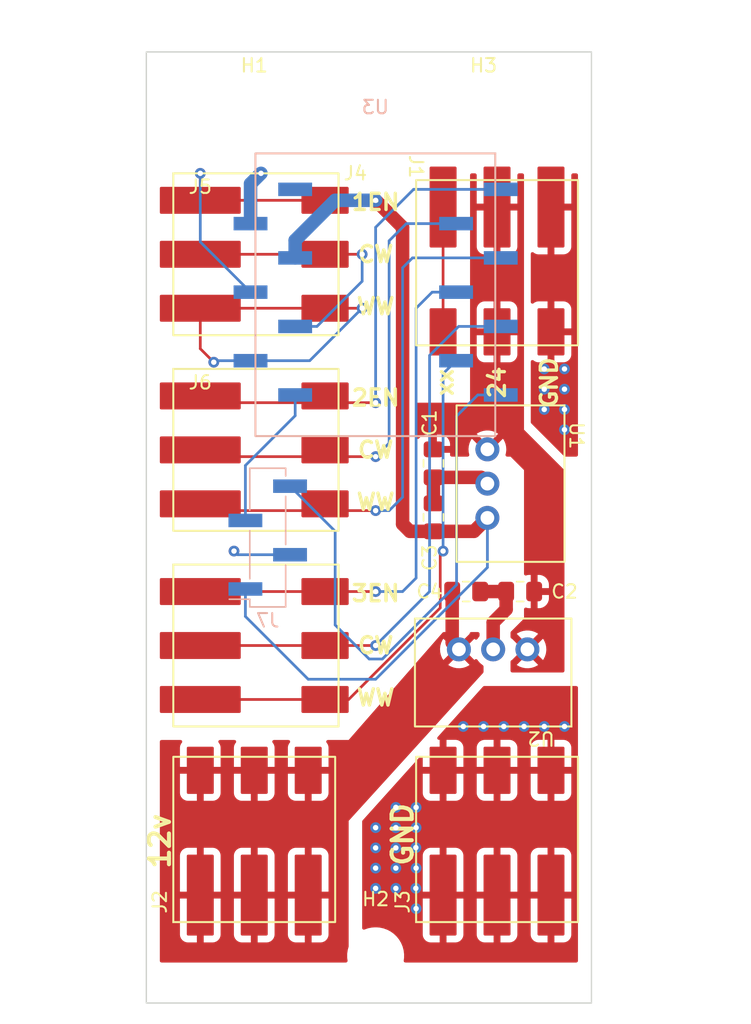
<source format=kicad_pcb>
(kicad_pcb (version 20211014) (generator pcbnew)
  (layers (0 "F.Cu" signal) (1 "In1.Cu" signal) (2 "In2.Cu" signal) (31 "B.Cu" signal) (34 "B.Paste" user) (35 "F.Paste" user) (36 "B.SilkS" user "B.Silkscreen") (37 "F.SilkS" user "F.Silkscreen") (38 "B.Mask" user) (39 "F.Mask" user) (44 "Edge.Cuts" user))
  (net 0 "")
  (net 1 "+24V")
  (net 2 "GND")
  (net 3 "+3V3")
  (net 4 "+12V")
  (net 5 "unconnected-(J1-Pad3)")
  (net 6 "/CH1 EN")
  (net 7 "/CH1 CW")
  (net 8 "/CH1 WW")
  (net 9 "/CH2 EN")
  (net 10 "/CH2 CW")
  (net 11 "/CH2 WW")
  (net 12 "/CH3 EN")
  (net 13 "/CH3 CW")
  (net 14 "/CH3 WW")
  (net 15 "/RX")
  (net 16 "/TX")
  (footprint "Wago2060:2060-453" (layer "F.Cu") (at 107 81)
    (fp_text reference "J6" (at 0 -15.5 unlocked) (layer "F.SilkS"))
    (fp_text value "Screw_Terminal_01x03")
    (fp_rect (start -2 -2) (end 10.25 10) (layer "F.SilkS") (width 0.15) (fill none))
    (pad "1" smd roundrect (at 9.25 0) (size 3.5 2) (layers "F.Cu" "F.Paste" "F.Mask") (roundrect_rratio 0.05) (net 12 "/CH3 EN"))
    (pad "1" smd roundrect (at 0 0) (size 6 2) (layers "F.Cu" "F.Paste" "F.Mask") (roundrect_rratio 0.05) (net 12 "/CH3 EN"))
    (pad "2" smd roundrect (at 9.25 4) (size 3.5 2) (layers "F.Cu" "F.Paste" "F.Mask") (roundrect_rratio 0.05) (net 13 "/CH3 CW"))
    (pad "2" smd roundrect (at 0 4) (size 6 2) (layers "F.Cu" "F.Paste" "F.Mask") (roundrect_rratio 0.05) (net 13 "/CH3 CW"))
    (pad "3" smd roundrect (at 9.25 8) (size 3.5 2) (layers "F.Cu" "F.Paste" "F.Mask") (roundrect_rratio 0.05) (net 14 "/CH3 WW"))
    (pad "3" smd roundrect (at 0 8) (size 6 2) (layers "F.Cu" "F.Paste" "F.Mask") (roundrect_rratio 0.05) (net 14 "/CH3 WW"))
  )
  (footprint "Capacitor_SMD:C_0805_2012Metric_Pad1.18x1.45mm_HandSolder" (layer "F.Cu") (at 124.286 71.5 -90)
    (fp_text reference "C1" (at -3 0.286 90) (layer "F.SilkS"))
    (fp_text value "C")
    (fp_line (start -0.261252 -0.735) (end 0.261252 -0.735) (layer "F.SilkS") (width 0.12))
    (fp_line (start -0.261252 0.735) (end 0.261252 0.735) (layer "F.SilkS") (width 0.12))
    (pad "1" smd roundrect (at -1.0375 0 270) (size 1.175 1.45) (layers "F.Cu" "F.Paste" "F.Mask") (roundrect_rratio 0.2127659574) (net 1 "+24V"))
    (pad "2" smd roundrect (at 1.0375 0 270) (size 1.175 1.45) (layers "F.Cu" "F.Paste" "F.Mask") (roundrect_rratio 0.2127659574) (net 2 "GND"))
  )
  (footprint "Wago2060:2060-453" (layer "F.Cu") (at 107 66.5)
    (fp_text reference "J5" (at 0 -15.5 unlocked) (layer "F.SilkS"))
    (fp_text value "Screw_Terminal_01x03")
    (fp_rect (start -2 -2) (end 10.25 10) (layer "F.SilkS") (width 0.15) (fill none))
    (pad "1" smd roundrect (at 9.25 0) (size 3.5 2) (layers "F.Cu" "F.Paste" "F.Mask") (roundrect_rratio 0.05) (net 9 "/CH2 EN"))
    (pad "1" smd roundrect (at 0 0) (size 6 2) (layers "F.Cu" "F.Paste" "F.Mask") (roundrect_rratio 0.05) (net 9 "/CH2 EN"))
    (pad "2" smd roundrect (at 9.25 4) (size 3.5 2) (layers "F.Cu" "F.Paste" "F.Mask") (roundrect_rratio 0.05) (net 10 "/CH2 CW"))
    (pad "2" smd roundrect (at 0 4) (size 6 2) (layers "F.Cu" "F.Paste" "F.Mask") (roundrect_rratio 0.05) (net 10 "/CH2 CW"))
    (pad "3" smd roundrect (at 9.25 8) (size 3.5 2) (layers "F.Cu" "F.Paste" "F.Mask") (roundrect_rratio 0.05) (net 11 "/CH2 WW"))
    (pad "3" smd roundrect (at 0 8) (size 6 2) (layers "F.Cu" "F.Paste" "F.Mask") (roundrect_rratio 0.05) (net 11 "/CH2 WW"))
  )
  (footprint "Wago2060:2060-453" (layer "F.Cu") (at 107 52)
    (fp_text reference "J4" (at 11.5 -2 unlocked) (layer "F.SilkS"))
    (fp_text value "Screw_Terminal_01x03")
    (fp_rect (start -2 -2) (end 10.25 10) (layer "F.SilkS") (width 0.15) (fill none))
    (pad "1" smd roundrect (at 9.25 0) (size 3.5 2) (layers "F.Cu" "F.Paste" "F.Mask") (roundrect_rratio 0.05) (net 6 "/CH1 EN"))
    (pad "1" smd roundrect (at 0 0) (size 6 2) (layers "F.Cu" "F.Paste" "F.Mask") (roundrect_rratio 0.05) (net 6 "/CH1 EN"))
    (pad "2" smd roundrect (at 0 4) (size 6 2) (layers "F.Cu" "F.Paste" "F.Mask") (roundrect_rratio 0.05) (net 7 "/CH1 CW"))
    (pad "2" smd roundrect (at 9.25 4) (size 3.5 2) (layers "F.Cu" "F.Paste" "F.Mask") (roundrect_rratio 0.05) (net 7 "/CH1 CW"))
    (pad "3" smd roundrect (at 0 8) (size 6 2) (layers "F.Cu" "F.Paste" "F.Mask") (roundrect_rratio 0.05) (net 8 "/CH1 WW"))
    (pad "3" smd roundrect (at 9.25 8) (size 3.5 2) (layers "F.Cu" "F.Paste" "F.Mask") (roundrect_rratio 0.05) (net 8 "/CH1 WW"))
  )
  (footprint "DevBoards:3pinDCDC" (layer "F.Cu") (at 128.714 85.286 180)
    (fp_text reference "U2" (at -3.556 -6.604 180 unlocked) (layer "F.SilkS"))
    (fp_text value "P78E12-1000")
    (fp_rect (start -5.8 -5.714) (end 5.8 2.286) (layer "F.SilkS") (width 0.15) (fill none))
    (pad "1" thru_hole circle (at -2.54 0 180) (size 1.778 1.778) (drill 1.016) (layers *.Cu *.Mask) (net 1 "+24V"))
    (pad "2" thru_hole circle (at 0 0 180) (size 1.778 1.778) (drill 1.016) (layers *.Cu *.Mask) (net 2 "GND"))
    (pad "3" thru_hole circle (at 2.54 0 180) (size 1.778 1.778) (drill 1.016) (layers *.Cu *.Mask) (net 4 "+12V"))
  )
  (footprint "Capacitor_SMD:C_0805_2012Metric_Pad1.18x1.45mm_HandSolder" (layer "F.Cu") (at 126.714 81)
    (fp_text reference "C4" (at -2.714 0) (layer "F.SilkS"))
    (fp_text value "C")
    (fp_line (start -0.261252 -0.735) (end 0.261252 -0.735) (layer "F.SilkS") (width 0.12))
    (fp_line (start -0.261252 0.735) (end 0.261252 0.735) (layer "F.SilkS") (width 0.12))
    (pad "1" smd roundrect (at -1.0375 0) (size 1.175 1.45) (layers "F.Cu" "F.Paste" "F.Mask") (roundrect_rratio 0.2127659574) (net 4 "+12V"))
    (pad "2" smd roundrect (at 1.0375 0) (size 1.175 1.45) (layers "F.Cu" "F.Paste" "F.Mask") (roundrect_rratio 0.2127659574) (net 2 "GND"))
  )
  (footprint "MountingHole:MountingHole_3.2mm_M3" (layer "F.Cu") (at 107 45)
    (fp_text reference "H1" (at 4 -3) (layer "F.SilkS"))
    (fp_text value "MountingHole")
    (pad "" np_thru_hole circle (at 0 0) (size 3.2 3.2) (drill 3.2) (layers *.Cu *.Mask))
  )
  (footprint "Wago2060:2060-453" (layer "F.Cu") (at 125 103.5 90)
    (fp_text reference "J3" (at -0.5 -3 90 unlocked) (layer "F.SilkS"))
    (fp_text value "Screw_Terminal_01x03")
    (fp_rect (start -2 -2) (end 10.25 10) (layer "F.SilkS") (width 0.15) (fill none))
    (pad "1" smd roundrect (at 9.25 0 90) (size 3.5 2) (layers "F.Cu" "F.Paste" "F.Mask") (roundrect_rratio 0.05) (net 2 "GND"))
    (pad "1" smd roundrect (at 0 0 90) (size 6 2) (layers "F.Cu" "F.Paste" "F.Mask") (roundrect_rratio 0.05) (net 2 "GND"))
    (pad "2" smd roundrect (at 9.25 4 90) (size 3.5 2) (layers "F.Cu" "F.Paste" "F.Mask") (roundrect_rratio 0.05) (net 2 "GND"))
    (pad "2" smd roundrect (at 0 4 90) (size 6 2) (layers "F.Cu" "F.Paste" "F.Mask") (roundrect_rratio 0.05) (net 2 "GND"))
    (pad "3" smd roundrect (at 0 8 90) (size 6 2) (layers "F.Cu" "F.Paste" "F.Mask") (roundrect_rratio 0.05) (net 2 "GND"))
    (pad "3" smd roundrect (at 9.25 8 90) (size 3.5 2) (layers "F.Cu" "F.Paste" "F.Mask") (roundrect_rratio 0.05) (net 2 "GND"))
  )
  (footprint "Capacitor_SMD:C_0805_2012Metric_Pad1.18x1.45mm_HandSolder" (layer "F.Cu") (at 130.714 81 180)
    (fp_text reference "C2" (at -3.286 0) (layer "F.SilkS"))
    (fp_text value "C")
    (fp_line (start -0.261252 -0.735) (end 0.261252 -0.735) (layer "F.SilkS") (width 0.12))
    (fp_line (start -0.261252 0.735) (end 0.261252 0.735) (layer "F.SilkS") (width 0.12))
    (pad "1" smd roundrect (at -1.0375 0 180) (size 1.175 1.45) (layers "F.Cu" "F.Paste" "F.Mask") (roundrect_rratio 0.2127659574) (net 1 "+24V"))
    (pad "2" smd roundrect (at 1.0375 0 180) (size 1.175 1.45) (layers "F.Cu" "F.Paste" "F.Mask") (roundrect_rratio 0.2127659574) (net 2 "GND"))
  )
  (footprint "Wago2060:2060-453" (layer "F.Cu") (at 133 52.5 -90)
    (fp_text reference "J1" (at -3 10 -90 unlocked) (layer "F.SilkS"))
    (fp_text value "Screw_Terminal_01x03")
    (fp_rect (start -2 -2) (end 10.25 10) (layer "F.SilkS") (width 0.15) (fill none))
    (pad "1" smd roundrect (at 0 0 270) (size 6 2) (layers "F.Cu" "F.Paste" "F.Mask") (roundrect_rratio 0.05) (net 2 "GND"))
    (pad "1" smd roundrect (at 9.25 0 270) (size 3.5 2) (layers "F.Cu" "F.Paste" "F.Mask") (roundrect_rratio 0.05) (net 2 "GND"))
    (pad "2" smd roundrect (at 9.25 4 270) (size 3.5 2) (layers "F.Cu" "F.Paste" "F.Mask") (roundrect_rratio 0.05) (net 1 "+24V"))
    (pad "2" smd roundrect (at 0 4 270) (size 6 2) (layers "F.Cu" "F.Paste" "F.Mask") (roundrect_rratio 0.05) (net 1 "+24V"))
    (pad "3" smd roundrect (at 9.25 8 270) (size 3.5 2) (layers "F.Cu" "F.Paste" "F.Mask") (roundrect_rratio 0.05) (net 5 "unconnected-(J1-Pad3)"))
    (pad "3" smd roundrect (at 0 8 270) (size 6 2) (layers "F.Cu" "F.Paste" "F.Mask") (roundrect_rratio 0.05) (net 5 "unconnected-(J1-Pad3)"))
  )
  (footprint "Wago2060:2060-453" (layer "F.Cu") (at 107 103.5 90)
    (fp_text reference "J2" (at -0.5 -3 90 unlocked) (layer "F.SilkS"))
    (fp_text value "Screw_Terminal_01x03")
    (fp_rect (start -2 -2) (end 10.25 10) (layer "F.SilkS") (width 0.15) (fill none))
    (pad "1" smd roundrect (at 0 0 90) (size 6 2) (layers "F.Cu" "F.Paste" "F.Mask") (roundrect_rratio 0.05) (net 4 "+12V"))
    (pad "1" smd roundrect (at 9.25 0 90) (size 3.5 2) (layers "F.Cu" "F.Paste" "F.Mask") (roundrect_rratio 0.05) (net 4 "+12V"))
    (pad "2" smd roundrect (at 9.25 4 90) (size 3.5 2) (layers "F.Cu" "F.Paste" "F.Mask") (roundrect_rratio 0.05) (net 4 "+12V"))
    (pad "2" smd roundrect (at 0 4 90) (size 6 2) (layers "F.Cu" "F.Paste" "F.Mask") (roundrect_rratio 0.05) (net 4 "+12V"))
    (pad "3" smd roundrect (at 0 8 90) (size 6 2) (layers "F.Cu" "F.Paste" "F.Mask") (roundrect_rratio 0.05) (net 4 "+12V"))
    (pad "3" smd roundrect (at 9.25 8 90) (size 3.5 2) (layers "F.Cu" "F.Paste" "F.Mask") (roundrect_rratio 0.05) (net 4 "+12V"))
  )
  (footprint "MountingHole:MountingHole_3.2mm_M3" (layer "F.Cu") (at 120 108)
    (fp_text reference "H2" (at 0 -4.2) (layer "F.SilkS"))
    (fp_text value "MountingHole")
    (pad "" np_thru_hole circle (at 0 0) (size 3.2 3.2) (drill 3.2) (layers *.Cu *.Mask))
  )
  (footprint "MountingHole:MountingHole_3.2mm_M3" (layer "F.Cu") (at 132 45)
    (fp_text reference "H3" (at -4 -3) (layer "F.SilkS"))
    (fp_text value "MountingHole")
    (pad "" np_thru_hole circle (at 0 0) (size 3.2 3.2) (drill 3.2) (layers *.Cu *.Mask))
  )
  (footprint "DevBoards:3pinDCDC" (layer "F.Cu") (at 128.286 73 -90)
    (fp_text reference "U1" (at -3.556 -6.604 -90 unlocked) (layer "F.SilkS"))
    (fp_text value "VR10S3V3")
    (fp_rect (start -5.8 -5.714) (end 5.8 2.286) (layer "F.SilkS") (width 0.15) (fill none))
    (pad "1" thru_hole circle (at -2.54 0 270) (size 1.778 1.778) (drill 1.016) (layers *.Cu *.Mask) (net 1 "+24V"))
    (pad "2" thru_hole circle (at 0 0 270) (size 1.778 1.778) (drill 1.016) (layers *.Cu *.Mask) (net 2 "GND"))
    (pad "3" thru_hole circle (at 2.54 0 270) (size 1.778 1.778) (drill 1.016) (layers *.Cu *.Mask) (net 3 "+3V3"))
  )
  (footprint "Capacitor_SMD:C_0805_2012Metric_Pad1.18x1.45mm_HandSolder" (layer "F.Cu") (at 124.286 75.5 90)
    (fp_text reference "C3" (at -3 -0.286 90) (layer "F.SilkS"))
    (fp_text value "C")
    (fp_line (start -0.261252 -0.735) (end 0.261252 -0.735) (layer "F.SilkS") (width 0.12))
    (fp_line (start -0.261252 0.735) (end 0.261252 0.735) (layer "F.SilkS") (width 0.12))
    (pad "1" smd roundrect (at -1.0375 0 90) (size 1.175 1.45) (layers "F.Cu" "F.Paste" "F.Mask") (roundrect_rratio 0.2127659574) (net 3 "+3V3"))
    (pad "2" smd roundrect (at 1.0375 0 90) (size 1.175 1.45) (layers "F.Cu" "F.Paste" "F.Mask") (roundrect_rratio 0.2127659574) (net 2 "GND"))
  )
  (footprint "Connector_PinHeader_2.54mm:PinHeader_1x04_P2.54mm_Vertical_SMD_Pin1Left" (layer "B.Cu") (at 112 77)
    (fp_text reference "J7" (at 0 6.14) (layer "B.SilkS") (effects (justify mirror)))
    (fp_text value "Conn_01x04_Female")
    (fp_line (start -1.33 3.05) (end -1.33 -0.51) (layer "B.SilkS") (width 0.12))
    (fp_line (start -1.33 5.14) (end -1.33 4.57) (layer "B.SilkS") (width 0.12))
    (fp_line (start 1.33 -4.57) (end 1.33 -5.14) (layer "B.SilkS") (width 0.12))
    (fp_line (start 1.33 5.14) (end 1.33 2.03) (layer "B.SilkS") (width 0.12))
    (fp_line (start -1.33 -2.03) (end -1.33 -5.14) (layer "B.SilkS") (width 0.12))
    (fp_line (start -1.33 5.14) (end 1.33 5.14) (layer "B.SilkS") (width 0.12))
    (fp_line (start 1.33 0.51) (end 1.33 -3.05) (layer "B.SilkS") (width 0.12))
    (fp_line (start -1.33 4.57) (end -2.85 4.57) (layer "B.SilkS") (width 0.12))
    (fp_line (start -1.33 -5.14) (end 1.33 -5.14) (layer "B.SilkS") (width 0.12))
    (pad "1" smd rect (at -1.655 3.81) (size 2.51 1) (layers "B.Cu" "B.Paste" "B.Mask") (net 3 "+3V3"))
    (pad "2" smd rect (at 1.655 1.27) (size 2.51 1) (layers "B.Cu" "B.Paste" "B.Mask") (net 2 "GND"))
    (pad "3" smd rect (at -1.655 -1.27) (size 2.51 1) (layers "B.Cu" "B.Paste" "B.Mask") (net 15 "/RX"))
    (pad "4" smd rect (at 1.655 -3.81) (size 2.51 1) (layers "B.Cu" "B.Paste" "B.Mask") (net 16 "/TX"))
  )
  (footprint "DevBoards:QTPY ESP32 C3_MSMD" (layer "B.Cu") (at 119.979 52.9675 180)
    (fp_text reference "U3" (at 0 7.874 unlocked) (layer "B.SilkS") (effects (justify mirror)))
    (fp_text value "Adafruit_QTPY_ESP32-C3")
    (fp_rect (start -8.89 4.445) (end 8.89 -16.51) (layer "B.SilkS") (width 0.15) (fill none))
    (pad "1" smd rect (at -9.296 1.78 180) (size 2.51 1) (layers "B.Cu" "B.Paste" "B.Mask") (net 9 "/CH2 EN"))
    (pad "2" smd rect (at -5.986 -0.76 180) (size 2.51 1) (layers "B.Cu" "B.Paste" "B.Mask") (net 10 "/CH2 CW"))
    (pad "3" smd rect (at -9.296 -3.3 180) (size 2.51 1) (layers "B.Cu" "B.Paste" "B.Mask") (net 11 "/CH2 WW"))
    (pad "4" smd rect (at -5.986 -5.84 180) (size 2.51 1) (layers "B.Cu" "B.Paste" "B.Mask") (net 12 "/CH3 EN"))
    (pad "5" smd rect (at -9.296 -8.38 180) (size 2.51 1) (layers "B.Cu" "B.Paste" "B.Mask") (net 13 "/CH3 CW"))
    (pad "6" smd rect (at -5.986 -10.92 180) (size 2.51 1) (layers "B.Cu" "B.Paste" "B.Mask") (net 14 "/CH3 WW"))
    (pad "7" smd rect (at -9.296 -13.46 180) (size 2.51 1) (layers "B.Cu" "B.Paste" "B.Mask") (net 16 "/TX"))
    (pad "8" smd rect (at 5.944 -13.46 180) (size 2.51 1) (layers "B.Cu" "B.Paste" "B.Mask") (net 15 "/RX"))
    (pad "9" smd rect (at 9.254 -10.92 180) (size 2.51 1) (layers "B.Cu" "B.Paste" "B.Mask") (net 8 "/CH1 WW"))
    (pad "10" smd rect (at 5.944 -8.38 180) (size 2.51 1) (layers "B.Cu" "B.Paste" "B.Mask") (net 7 "/CH1 CW"))
    (pad "11" smd rect (at 9.254 -5.84 180) (size 2.51 1) (layers "B.Cu" "B.Paste" "B.Mask") (net 6 "/CH1 EN"))
    (pad "12" smd rect (at 5.944 -3.3 180) (size 2.51 1) (layers "B.Cu" "B.Paste" "B.Mask") (net 3 "+3V3"))
    (pad "13" smd rect (at 9.254 -0.76 180) (size 2.51 1) (layers "B.Cu" "B.Paste" "B.Mask") (net 2 "GND"))
    (pad "14" smd rect (at 5.944 1.78 180) (size 2.51 1) (layers "B.Cu" "B.Paste" "B.Mask"))
  )
  (gr_rect (start 136 111.5) (end 103 41) (layer "Edge.Cuts") (width 0.1) (fill none))
  (gr_text "12v" (at 104 99.5 90) (layer "F.SilkS") (effects (font (size 1.5 1.5) (thickness 0.3))))
  (gr_text "xx\n\n24\n\nGND" (at 129 65.5 90) (layer "F.SilkS") (effects (font (size 1.2 1.2) (thickness 0.25))))
  (gr_text "3EN\n\nCW\n\nWW" (at 120 85) (layer "F.SilkS") (effects (font (size 1.2 1.2) (thickness 0.25))))
  (gr_text "GND" (at 122 99 90) (layer "F.SilkS") (effects (font (size 1.5 1.5) (thickness 0.3))))
  (gr_text "2EN\n\nCW\n\nWW" (at 120 70.5) (layer "F.SilkS") (effects (font (size 1.2 1.2) (thickness 0.25))))
  (gr_text "1EN\n\nCW\n\nWW" (at 120 56) (layer "F.SilkS") (effects (font (size 1.2 1.2) (thickness 0.25))))
  (segment (start 129.6765 81) (end 129.6765 82.3235) (width 1) (layer "F.Cu") (net 2))
  (segment (start 129.6765 81) (end 127.7515 81) (width 1) (layer "F.Cu") (net 2))
  (segment (start 129.6765 82.3235) (end 128.714 83.286) (width 1) (layer "F.Cu") (net 2))
  (segment (start 124.286 72.5375) (end 124.286 74.4625) (width 1) (layer "F.Cu") (net 2))
  (segment (start 128.714 83.286) (end 128.714 85.286) (width 1) (layer "F.Cu") (net 2))
  (segment (start 127.8235 72.5375) (end 128.286 73) (width 1) (layer "F.Cu") (net 2))
  (segment (start 124.286 72.5375) (end 127.8235 72.5375) (width 1) (layer "F.Cu") (net 2))
  (via (at 129.5 91) (size 0.8) (drill 0.4) (layers "F.Cu" "B.Cu") (net 2))
  (via (at 134 64.5) (size 0.8) (drill 0.4) (layers "F.Cu" "B.Cu") (net 2))
  (via (at 109.5 78) (size 0.8) (drill 0.4) (layers "F.Cu" "B.Cu") (net 2))
  (via (at 121.5 101.5) (size 0.8) (drill 0.4) (layers "F.Cu" "B.Cu") (net 2))
  (via (at 120 100) (size 0.8) (drill 0.4) (layers "F.Cu" "B.Cu") (net 2))
  (via (at 123 98.5) (size 0.8) (drill 0.4) (layers "F.Cu" "B.Cu") (net 2))
  (via (at 111.5 50) (size 0.8) (drill 0.4) (layers "F.Cu" "B.Cu") (net 2))
  (via (at 134 69) (size 0.8) (drill 0.4) (layers "F.Cu" "B.Cu") (net 2))
  (via (at 122.981048 99.981808) (size 0.8) (drill 0.4) (layers "F.Cu" "B.Cu") (net 2))
  (via (at 123 104.5) (size 0.8) (drill 0.4) (layers "F.Cu" "B.Cu") (net 2))
  (via (at 134 91) (size 0.8) (drill 0.4) (layers "F.Cu" "B.Cu") (net 2))
  (via (at 134 66) (size 0.8) (drill 0.4) (layers "F.Cu" "B.Cu") (net 2))
  (via (at 123 101.5) (size 0.8) (drill 0.4) (layers "F.Cu" "B.Cu") (net 2))
  (via (at 126.5 91) (size 0.8) (drill 0.4) (layers "F.Cu" "B.Cu") (net 2))
  (via (at 120 101.5) (size 0.8) (drill 0.4) (layers "F.Cu" "B.Cu") (net 2))
  (via (at 132.5 66) (size 0.8) (drill 0.4) (layers "F.Cu" "B.Cu") (net 2))
  (via (at 131 91) (size 0.8) (drill 0.4) (layers "F.Cu" "B.Cu") (net 2))
  (via (at 134 67.5) (size 0.8) (drill 0.4) (layers "F.Cu" "B.Cu") (net 2))
  (via (at 132.5 64.5) (size 0.8) (drill 0.4) (layers "F.Cu" "B.Cu") (net 2))
  (via (at 122.981048 102.996739) (size 0.8) (drill 0.4) (layers "F.Cu" "B.Cu") (net 2))
  (via (at 120 98.5) (size 0.8) (drill 0.4) (layers "F.Cu" "B.Cu") (net 2))
  (via (at 132.5 91) (size 0.8) (drill 0.4) (layers "F.Cu" "B.Cu") (net 2))
  (via (at 132.5 67.5) (size 0.8) (drill 0.4) (layers "F.Cu" "B.Cu") (net 2))
  (via (at 121.5 97) (size 0.8) (drill 0.4) (layers "F.Cu" "B.Cu") (net 2))
  (via (at 121.5 98.5) (size 0.8) (drill 0.4) (layers "F.Cu" "B.Cu") (net 2))
  (via (at 121.5 103) (size 0.8) (drill 0.4) (layers "F.Cu" "B.Cu") (net 2))
  (via (at 128 91) (size 0.8) (drill 0.4) (layers "F.Cu" "B.Cu") (net 2))
  (via (at 121.5 100) (size 0.8) (drill 0.4) (layers "F.Cu" "B.Cu") (net 2))
  (via (at 120 103) (size 0.8) (drill 0.4) (layers "F.Cu" "B.Cu") (net 2))
  (via (at 123 97) (size 0.8) (drill 0.4) (layers "F.Cu" "B.Cu") (net 2))
  (segment (start 110.725 53.7275) (end 110.725 50.775) (width 1) (layer "B.Cu") (net 2))
  (segment (start 113.655 78.27) (end 109.77 78.27) (width 0.2) (layer "B.Cu") (net 2))
  (segment (start 110.725 50.775) (end 111.5 50) (width 1) (layer "B.Cu") (net 2))
  (segment (start 109.77 78.27) (end 109.5 78) (width 0.2) (layer "B.Cu") (net 2))
  (segment (start 120 52) (end 122 54) (width 1) (layer "F.Cu") (net 3))
  (segment (start 122 76) (end 122.5375 76.5375) (width 1) (layer "F.Cu") (net 3))
  (segment (start 127.2885 76.5375) (end 128.286 75.54) (width 1) (layer "F.Cu") (net 3))
  (segment (start 124.286 76.5375) (end 127.2885 76.5375) (width 1) (layer "F.Cu") (net 3))
  (segment (start 122.5375 76.5375) (end 124.286 76.5375) (width 1) (layer "F.Cu") (net 3))
  (segment (start 122 54) (end 122 76) (width 1) (layer "F.Cu") (net 3))
  (via (at 120 52) (size 0.8) (drill 0.4) (layers "F.Cu" "B.Cu") (net 3))
  (segment (start 115 87.5) (end 110.345 82.845) (width 0.2) (layer "B.Cu") (net 3))
  (segment (start 120 87.5) (end 115 87.5) (width 0.2) (layer "B.Cu") (net 3))
  (segment (start 117 52) (end 120 52) (width 1) (layer "B.Cu") (net 3))
  (segment (start 128.286 75.54) (end 128.286 79.214) (width 0.2) (layer "B.Cu") (net 3))
  (segment (start 110.345 82.845) (end 110.345 80.81) (width 0.2) (layer "B.Cu") (net 3))
  (segment (start 128.286 79.214) (end 120 87.5) (width 0.2) (layer "B.Cu") (net 3))
  (segment (start 114.035 54.965) (end 117 52) (width 1) (layer "B.Cu") (net 3))
  (segment (start 114.035 56.2675) (end 114.035 54.965) (width 1) (layer "B.Cu") (net 3))
  (segment (start 125.6765 81) (end 125.6765 84.7885) (width 1) (layer "F.Cu") (net 4))
  (segment (start 125.6765 84.7885) (end 126.174 85.286) (width 1) (layer "F.Cu") (net 4))
  (segment (start 125 52.5) (end 125 61.75) (width 0.2) (layer "F.Cu") (net 5))
  (segment (start 107 52) (end 116.25 52) (width 0.2) (layer "F.Cu") (net 6))
  (segment (start 107 50) (end 107 52) (width 0.2) (layer "F.Cu") (net 6))
  (via (at 107 50) (size 0.8) (drill 0.4) (layers "F.Cu" "B.Cu") (net 6))
  (segment (start 107 55.0825) (end 107 50) (width 0.2) (layer "B.Cu") (net 6))
  (segment (start 110.725 58.8075) (end 107 55.0825) (width 0.2) (layer "B.Cu") (net 6))
  (segment (start 119 56) (end 116.25 56) (width 0.2) (layer "F.Cu") (net 7))
  (segment (start 107 56) (end 116.25 56) (width 0.2) (layer "F.Cu") (net 7))
  (via (at 119 56) (size 0.8) (drill 0.4) (layers "F.Cu" "B.Cu") (net 7))
  (segment (start 114.035 61.3475) (end 115.6525 61.3475) (width 0.2) (layer "B.Cu") (net 7))
  (segment (start 115.6525 61.3475) (end 119 58) (width 0.2) (layer "B.Cu") (net 7))
  (segment (start 119 58) (end 119 56) (width 0.2) (layer "B.Cu") (net 7))
  (segment (start 107 60) (end 107 63) (width 0.2) (layer "F.Cu") (net 8))
  (segment (start 119 60) (end 116.25 60) (width 0.2) (layer "F.Cu") (net 8))
  (segment (start 107 60) (end 116.25 60) (width 0.2) (layer "F.Cu") (net 8))
  (segment (start 107 63) (end 108 64) (width 0.2) (layer "F.Cu") (net 8))
  (via (at 108 64) (size 0.8) (drill 0.4) (layers "F.Cu" "B.Cu") (net 8))
  (via (at 119 60) (size 0.8) (drill 0.4) (layers "F.Cu" "B.Cu") (net 8))
  (segment (start 110.725 63.8875) (end 108.1125 63.8875) (width 0.2) (layer "B.Cu") (net 8))
  (segment (start 110.725 63.8875) (end 115.1125 63.8875) (width 0.2) (layer "B.Cu") (net 8))
  (segment (start 108.1125 63.8875) (end 108 64) (width 0.2) (layer "B.Cu") (net 8))
  (segment (start 115.1125 63.8875) (end 119 60) (width 0.2) (layer "B.Cu") (net 8))
  (segment (start 107 67) (end 116.25 67) (width 0.2) (layer "F.Cu") (net 9))
  (segment (start 120 67) (end 116.25 67) (width 0.2) (layer "F.Cu") (net 9))
  (via (at 120 67) (size 0.8) (drill 0.4) (layers "F.Cu" "B.Cu") (net 9))
  (segment (start 122.8125 51.1875) (end 120 54) (width 0.2) (layer "B.Cu") (net 9))
  (segment (start 120 54) (end 120 67) (width 0.2) (layer "B.Cu") (net 9))
  (segment (start 129.275 51.1875) (end 122.8125 51.1875) (width 0.2) (layer "B.Cu") (net 9))
  (segment (start 116.25 71) (end 120 71) (width 0.2) (layer "F.Cu") (net 10))
  (segment (start 107 71) (end 116.25 71) (width 0.2) (layer "F.Cu") (net 10))
  (via (at 120 71) (size 0.8) (drill 0.4) (layers "F.Cu" "B.Cu") (net 10))
  (segment (start 125.965 53.7275) (end 122.2725 53.7275) (width 0.2) (layer "B.Cu") (net 10))
  (segment (start 121 70) (end 120 71) (width 0.2) (layer "B.Cu") (net 10))
  (segment (start 121 55) (end 121 70) (width 0.2) (layer "B.Cu") (net 10))
  (segment (start 122.2725 53.7275) (end 121 55) (width 0.2) (layer "B.Cu") (net 10))
  (segment (start 120 75) (end 116.25 75) (width 0.2) (layer "F.Cu") (net 11))
  (segment (start 107 75) (end 116.25 75) (width 0.2) (layer "F.Cu") (net 11))
  (via (at 120 75) (size 0.8) (drill 0.4) (layers "F.Cu" "B.Cu") (net 11))
  (segment (start 129.275 56.2675) (end 122.7325 56.2675) (width 0.2) (layer "B.Cu") (net 11))
  (segment (start 122 74) (end 121 75) (width 0.2) (layer "B.Cu") (net 11))
  (segment (start 122 57) (end 122 74) (width 0.2) (layer "B.Cu") (net 11))
  (segment (start 121 75) (end 120 75) (width 0.2) (layer "B.Cu") (net 11))
  (segment (start 122.7325 56.2675) (end 122 57) (width 0.2) (layer "B.Cu") (net 11))
  (segment (start 116.25 81) (end 120 81) (width 0.2) (layer "F.Cu") (net 12))
  (segment (start 107 81) (end 116.25 81) (width 0.2) (layer "F.Cu") (net 12))
  (via (at 120 81) (size 0.8) (drill 0.4) (layers "F.Cu" "B.Cu") (net 12))
  (segment (start 122 81) (end 120 81) (width 0.2) (layer "B.Cu") (net 12))
  (segment (start 125.965 58.8075) (end 124.1925 58.8075) (width 0.2) (layer "B.Cu") (net 12))
  (segment (start 123 80) (end 122 81) (width 0.2) (layer "B.Cu") (net 12))
  (segment (start 123 60) (end 123 80) (width 0.2) (layer "B.Cu") (net 12))
  (segment (start 124.1925 58.8075) (end 123 60) (width 0.2) (layer "B.Cu") (net 12))
  (segment (start 116.25 85) (end 120 85) (width 0.2) (layer "F.Cu") (net 13))
  (segment (start 116.25 85) (end 107 85) (width 0.2) (layer "F.Cu") (net 13))
  (via (at 120 85) (size 0.8) (drill 0.4) (layers "F.Cu" "B.Cu") (net 13))
  (segment (start 124 81) (end 120 85) (width 0.2) (layer "B.Cu") (net 13))
  (segment (start 124 63.498478) (end 124 81) (width 0.2) (layer "B.Cu") (net 13))
  (segment (start 126.150978 61.3475) (end 124 63.498478) (width 0.2) (layer "B.Cu") (net 13))
  (segment (start 129.275 61.3475) (end 126.150978 61.3475) (width 0.2) (layer "B.Cu") (net 13))
  (segment (start 118 89) (end 124.78948 82.21052) (width 0.2) (layer "F.Cu") (net 14))
  (segment (start 124.78948 82.21052) (end 124.78948 78.21052) (width 0.2) (layer "F.Cu") (net 14))
  (segment (start 116.25 89) (end 118 89) (width 0.2) (layer "F.Cu") (net 14))
  (segment (start 124.78948 78.21052) (end 125 78) (width 0.2) (layer "F.Cu") (net 14))
  (segment (start 107 89) (end 116.25 89) (width 0.2) (layer "F.Cu") (net 14))
  (via (at 125 78) (size 0.8) (drill 0.4) (layers "F.Cu" "B.Cu") (net 14))
  (segment (start 125 64.8525) (end 125.965 63.8875) (width 0.2) (layer "B.Cu") (net 14))
  (segment (start 125 78) (end 125 64.8525) (width 0.2) (layer "B.Cu") (net 14))
  (segment (start 114.035 66.4275) (end 114.035 67.965) (width 0.2) (layer "B.Cu") (net 15))
  (segment (start 114.035 67.965) (end 110.345 71.655) (width 0.2) (layer "B.Cu") (net 15))
  (segment (start 110.345 71.655) (end 110.345 75.73) (width 0.2) (layer "B.Cu") (net 15))
  (segment (start 129.275 66.4275) (end 127.5725 66.4275) (width 0.2) (layer "B.Cu") (net 16))
  (segment (start 126 80.5) (end 120.5 86) (width 0.2) (layer "B.Cu") (net 16))
  (segment (start 117 83.478503) (end 117 76.535) (width 0.2) (layer "B.Cu") (net 16))
  (segment (start 126 68) (end 126 80.5) (width 0.2) (layer "B.Cu") (net 16))
  (segment (start 120.5 86) (end 119.521497 86) (width 0.2) (layer "B.Cu") (net 16))
  (segment (start 117 76.535) (end 113.655 73.19) (width 0.2) (layer "B.Cu") (net 16))
  (segment (start 119.521497 86) (end 117 83.478503) (width 0.2) (layer "B.Cu") (net 16))
  (segment (start 127.5725 66.4275) (end 126 68) (width 0.2) (layer "B.Cu") (net 16))
  (zone (net 2) (net_name "GND") (layer "F.Cu") (connect_pads (clearance 0.508)) (min_thickness 0.254) (fill yes (thermal_gap 0.508) (thermal_bridge_width 0.508))
    (polygon (pts (xy 135 108.5) (xy 119 108.5) (xy 119 98) (xy 128 88) (xy 135 88)))
  )
  (zone (net 1) (net_name "+24V") (layer "F.Cu") (connect_pads (clearance 0.5)) (min_thickness 0.254) (fill yes (thermal_gap 0.508) (thermal_bridge_width 0.508))
    (polygon (pts (xy 131 69) (xy 134 72) (xy 134 87) (xy 130 87) (xy 130 84) (xy 131 83) (xy 131 72) (xy 130 71) (xy 128 71) (xy 127 71) (xy 123 71) (xy 123 67) (xy 127 67) (xy 127 50) (xy 131 50)))
  )
  (zone (net 2) (net_name "GND") (layer "F.Cu") (connect_pads (clearance 0.5)) (min_thickness 0.254) (fill yes (thermal_gap 0.508) (thermal_bridge_width 0.508))
    (polygon (pts (xy 135 71) (xy 134 71) (xy 131.5 68.5) (xy 131.5 50) (xy 135 50)))
  )
  (zone (net 4) (net_name "+12V") (layer "F.Cu") (connect_pads (clearance 0.508)) (min_thickness 0.254) (fill yes (thermal_gap 0.508) (thermal_bridge_width 0.508))
    (polygon (pts (xy 128 87) (xy 118 98) (xy 118 108.5) (xy 104 108.5) (xy 104 92) (xy 118 92) (xy 125 84) (xy 128 84)))
  )
)
</source>
